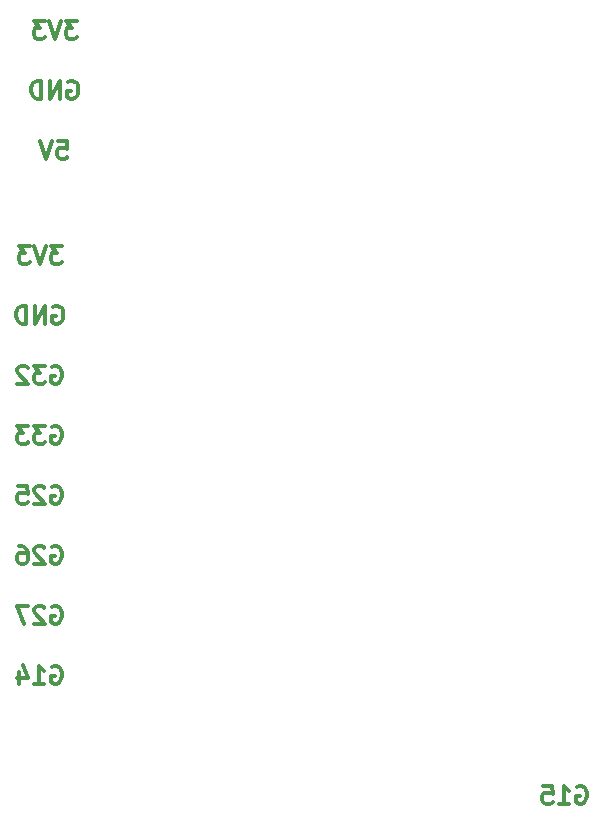
<source format=gbo>
G04 #@! TF.GenerationSoftware,KiCad,Pcbnew,5.0.2+dfsg1-1*
G04 #@! TF.CreationDate,2019-04-19T11:24:35+12:00*
G04 #@! TF.ProjectId,esp32,65737033-322e-46b6-9963-61645f706362,rev?*
G04 #@! TF.SameCoordinates,Original*
G04 #@! TF.FileFunction,Legend,Bot*
G04 #@! TF.FilePolarity,Positive*
%FSLAX46Y46*%
G04 Gerber Fmt 4.6, Leading zero omitted, Abs format (unit mm)*
G04 Created by KiCad (PCBNEW 5.0.2+dfsg1-1) date Fri 19 Apr 2019 11:24:35 NZST*
%MOMM*%
%LPD*%
G01*
G04 APERTURE LIST*
%ADD10C,0.300000*%
G04 APERTURE END LIST*
D10*
X88665714Y-99580000D02*
X88808571Y-99508571D01*
X89022857Y-99508571D01*
X89237142Y-99580000D01*
X89380000Y-99722857D01*
X89451428Y-99865714D01*
X89522857Y-100151428D01*
X89522857Y-100365714D01*
X89451428Y-100651428D01*
X89380000Y-100794285D01*
X89237142Y-100937142D01*
X89022857Y-101008571D01*
X88880000Y-101008571D01*
X88665714Y-100937142D01*
X88594285Y-100865714D01*
X88594285Y-100365714D01*
X88880000Y-100365714D01*
X87165714Y-101008571D02*
X88022857Y-101008571D01*
X87594285Y-101008571D02*
X87594285Y-99508571D01*
X87737142Y-99722857D01*
X87880000Y-99865714D01*
X88022857Y-99937142D01*
X85880000Y-100008571D02*
X85880000Y-101008571D01*
X86237142Y-99437142D02*
X86594285Y-100508571D01*
X85665714Y-100508571D01*
X88665714Y-94500000D02*
X88808571Y-94428571D01*
X89022857Y-94428571D01*
X89237142Y-94500000D01*
X89380000Y-94642857D01*
X89451428Y-94785714D01*
X89522857Y-95071428D01*
X89522857Y-95285714D01*
X89451428Y-95571428D01*
X89380000Y-95714285D01*
X89237142Y-95857142D01*
X89022857Y-95928571D01*
X88880000Y-95928571D01*
X88665714Y-95857142D01*
X88594285Y-95785714D01*
X88594285Y-95285714D01*
X88880000Y-95285714D01*
X88022857Y-94571428D02*
X87951428Y-94500000D01*
X87808571Y-94428571D01*
X87451428Y-94428571D01*
X87308571Y-94500000D01*
X87237142Y-94571428D01*
X87165714Y-94714285D01*
X87165714Y-94857142D01*
X87237142Y-95071428D01*
X88094285Y-95928571D01*
X87165714Y-95928571D01*
X86665714Y-94428571D02*
X85665714Y-94428571D01*
X86308571Y-95928571D01*
X88665714Y-89420000D02*
X88808571Y-89348571D01*
X89022857Y-89348571D01*
X89237142Y-89420000D01*
X89380000Y-89562857D01*
X89451428Y-89705714D01*
X89522857Y-89991428D01*
X89522857Y-90205714D01*
X89451428Y-90491428D01*
X89380000Y-90634285D01*
X89237142Y-90777142D01*
X89022857Y-90848571D01*
X88880000Y-90848571D01*
X88665714Y-90777142D01*
X88594285Y-90705714D01*
X88594285Y-90205714D01*
X88880000Y-90205714D01*
X88022857Y-89491428D02*
X87951428Y-89420000D01*
X87808571Y-89348571D01*
X87451428Y-89348571D01*
X87308571Y-89420000D01*
X87237142Y-89491428D01*
X87165714Y-89634285D01*
X87165714Y-89777142D01*
X87237142Y-89991428D01*
X88094285Y-90848571D01*
X87165714Y-90848571D01*
X85880000Y-89348571D02*
X86165714Y-89348571D01*
X86308571Y-89420000D01*
X86380000Y-89491428D01*
X86522857Y-89705714D01*
X86594285Y-89991428D01*
X86594285Y-90562857D01*
X86522857Y-90705714D01*
X86451428Y-90777142D01*
X86308571Y-90848571D01*
X86022857Y-90848571D01*
X85880000Y-90777142D01*
X85808571Y-90705714D01*
X85737142Y-90562857D01*
X85737142Y-90205714D01*
X85808571Y-90062857D01*
X85880000Y-89991428D01*
X86022857Y-89920000D01*
X86308571Y-89920000D01*
X86451428Y-89991428D01*
X86522857Y-90062857D01*
X86594285Y-90205714D01*
X88665714Y-84340000D02*
X88808571Y-84268571D01*
X89022857Y-84268571D01*
X89237142Y-84340000D01*
X89380000Y-84482857D01*
X89451428Y-84625714D01*
X89522857Y-84911428D01*
X89522857Y-85125714D01*
X89451428Y-85411428D01*
X89380000Y-85554285D01*
X89237142Y-85697142D01*
X89022857Y-85768571D01*
X88880000Y-85768571D01*
X88665714Y-85697142D01*
X88594285Y-85625714D01*
X88594285Y-85125714D01*
X88880000Y-85125714D01*
X88022857Y-84411428D02*
X87951428Y-84340000D01*
X87808571Y-84268571D01*
X87451428Y-84268571D01*
X87308571Y-84340000D01*
X87237142Y-84411428D01*
X87165714Y-84554285D01*
X87165714Y-84697142D01*
X87237142Y-84911428D01*
X88094285Y-85768571D01*
X87165714Y-85768571D01*
X85808571Y-84268571D02*
X86522857Y-84268571D01*
X86594285Y-84982857D01*
X86522857Y-84911428D01*
X86380000Y-84840000D01*
X86022857Y-84840000D01*
X85880000Y-84911428D01*
X85808571Y-84982857D01*
X85737142Y-85125714D01*
X85737142Y-85482857D01*
X85808571Y-85625714D01*
X85880000Y-85697142D01*
X86022857Y-85768571D01*
X86380000Y-85768571D01*
X86522857Y-85697142D01*
X86594285Y-85625714D01*
X88665714Y-79260000D02*
X88808571Y-79188571D01*
X89022857Y-79188571D01*
X89237142Y-79260000D01*
X89380000Y-79402857D01*
X89451428Y-79545714D01*
X89522857Y-79831428D01*
X89522857Y-80045714D01*
X89451428Y-80331428D01*
X89380000Y-80474285D01*
X89237142Y-80617142D01*
X89022857Y-80688571D01*
X88880000Y-80688571D01*
X88665714Y-80617142D01*
X88594285Y-80545714D01*
X88594285Y-80045714D01*
X88880000Y-80045714D01*
X88094285Y-79188571D02*
X87165714Y-79188571D01*
X87665714Y-79760000D01*
X87451428Y-79760000D01*
X87308571Y-79831428D01*
X87237142Y-79902857D01*
X87165714Y-80045714D01*
X87165714Y-80402857D01*
X87237142Y-80545714D01*
X87308571Y-80617142D01*
X87451428Y-80688571D01*
X87880000Y-80688571D01*
X88022857Y-80617142D01*
X88094285Y-80545714D01*
X86665714Y-79188571D02*
X85737142Y-79188571D01*
X86237142Y-79760000D01*
X86022857Y-79760000D01*
X85880000Y-79831428D01*
X85808571Y-79902857D01*
X85737142Y-80045714D01*
X85737142Y-80402857D01*
X85808571Y-80545714D01*
X85880000Y-80617142D01*
X86022857Y-80688571D01*
X86451428Y-80688571D01*
X86594285Y-80617142D01*
X86665714Y-80545714D01*
X88665714Y-74180000D02*
X88808571Y-74108571D01*
X89022857Y-74108571D01*
X89237142Y-74180000D01*
X89380000Y-74322857D01*
X89451428Y-74465714D01*
X89522857Y-74751428D01*
X89522857Y-74965714D01*
X89451428Y-75251428D01*
X89380000Y-75394285D01*
X89237142Y-75537142D01*
X89022857Y-75608571D01*
X88880000Y-75608571D01*
X88665714Y-75537142D01*
X88594285Y-75465714D01*
X88594285Y-74965714D01*
X88880000Y-74965714D01*
X88094285Y-74108571D02*
X87165714Y-74108571D01*
X87665714Y-74680000D01*
X87451428Y-74680000D01*
X87308571Y-74751428D01*
X87237142Y-74822857D01*
X87165714Y-74965714D01*
X87165714Y-75322857D01*
X87237142Y-75465714D01*
X87308571Y-75537142D01*
X87451428Y-75608571D01*
X87880000Y-75608571D01*
X88022857Y-75537142D01*
X88094285Y-75465714D01*
X86594285Y-74251428D02*
X86522857Y-74180000D01*
X86380000Y-74108571D01*
X86022857Y-74108571D01*
X85880000Y-74180000D01*
X85808571Y-74251428D01*
X85737142Y-74394285D01*
X85737142Y-74537142D01*
X85808571Y-74751428D01*
X86665714Y-75608571D01*
X85737142Y-75608571D01*
X88772857Y-69100000D02*
X88915714Y-69028571D01*
X89130000Y-69028571D01*
X89344285Y-69100000D01*
X89487142Y-69242857D01*
X89558571Y-69385714D01*
X89630000Y-69671428D01*
X89630000Y-69885714D01*
X89558571Y-70171428D01*
X89487142Y-70314285D01*
X89344285Y-70457142D01*
X89130000Y-70528571D01*
X88987142Y-70528571D01*
X88772857Y-70457142D01*
X88701428Y-70385714D01*
X88701428Y-69885714D01*
X88987142Y-69885714D01*
X88058571Y-70528571D02*
X88058571Y-69028571D01*
X87201428Y-70528571D01*
X87201428Y-69028571D01*
X86487142Y-70528571D02*
X86487142Y-69028571D01*
X86130000Y-69028571D01*
X85915714Y-69100000D01*
X85772857Y-69242857D01*
X85701428Y-69385714D01*
X85630000Y-69671428D01*
X85630000Y-69885714D01*
X85701428Y-70171428D01*
X85772857Y-70314285D01*
X85915714Y-70457142D01*
X86130000Y-70528571D01*
X86487142Y-70528571D01*
X89487142Y-63948571D02*
X88558571Y-63948571D01*
X89058571Y-64520000D01*
X88844285Y-64520000D01*
X88701428Y-64591428D01*
X88630000Y-64662857D01*
X88558571Y-64805714D01*
X88558571Y-65162857D01*
X88630000Y-65305714D01*
X88701428Y-65377142D01*
X88844285Y-65448571D01*
X89272857Y-65448571D01*
X89415714Y-65377142D01*
X89487142Y-65305714D01*
X88130000Y-63948571D02*
X87630000Y-65448571D01*
X87130000Y-63948571D01*
X86772857Y-63948571D02*
X85844285Y-63948571D01*
X86344285Y-64520000D01*
X86130000Y-64520000D01*
X85987142Y-64591428D01*
X85915714Y-64662857D01*
X85844285Y-64805714D01*
X85844285Y-65162857D01*
X85915714Y-65305714D01*
X85987142Y-65377142D01*
X86130000Y-65448571D01*
X86558571Y-65448571D01*
X86701428Y-65377142D01*
X86772857Y-65305714D01*
X133115714Y-109740000D02*
X133258571Y-109668571D01*
X133472857Y-109668571D01*
X133687142Y-109740000D01*
X133830000Y-109882857D01*
X133901428Y-110025714D01*
X133972857Y-110311428D01*
X133972857Y-110525714D01*
X133901428Y-110811428D01*
X133830000Y-110954285D01*
X133687142Y-111097142D01*
X133472857Y-111168571D01*
X133330000Y-111168571D01*
X133115714Y-111097142D01*
X133044285Y-111025714D01*
X133044285Y-110525714D01*
X133330000Y-110525714D01*
X131615714Y-111168571D02*
X132472857Y-111168571D01*
X132044285Y-111168571D02*
X132044285Y-109668571D01*
X132187142Y-109882857D01*
X132330000Y-110025714D01*
X132472857Y-110097142D01*
X130258571Y-109668571D02*
X130972857Y-109668571D01*
X131044285Y-110382857D01*
X130972857Y-110311428D01*
X130830000Y-110240000D01*
X130472857Y-110240000D01*
X130330000Y-110311428D01*
X130258571Y-110382857D01*
X130187142Y-110525714D01*
X130187142Y-110882857D01*
X130258571Y-111025714D01*
X130330000Y-111097142D01*
X130472857Y-111168571D01*
X130830000Y-111168571D01*
X130972857Y-111097142D01*
X131044285Y-111025714D01*
X89185714Y-55058571D02*
X89900000Y-55058571D01*
X89971428Y-55772857D01*
X89900000Y-55701428D01*
X89757142Y-55630000D01*
X89400000Y-55630000D01*
X89257142Y-55701428D01*
X89185714Y-55772857D01*
X89114285Y-55915714D01*
X89114285Y-56272857D01*
X89185714Y-56415714D01*
X89257142Y-56487142D01*
X89400000Y-56558571D01*
X89757142Y-56558571D01*
X89900000Y-56487142D01*
X89971428Y-56415714D01*
X88685714Y-55058571D02*
X88185714Y-56558571D01*
X87685714Y-55058571D01*
X90042857Y-50050000D02*
X90185714Y-49978571D01*
X90400000Y-49978571D01*
X90614285Y-50050000D01*
X90757142Y-50192857D01*
X90828571Y-50335714D01*
X90900000Y-50621428D01*
X90900000Y-50835714D01*
X90828571Y-51121428D01*
X90757142Y-51264285D01*
X90614285Y-51407142D01*
X90400000Y-51478571D01*
X90257142Y-51478571D01*
X90042857Y-51407142D01*
X89971428Y-51335714D01*
X89971428Y-50835714D01*
X90257142Y-50835714D01*
X89328571Y-51478571D02*
X89328571Y-49978571D01*
X88471428Y-51478571D01*
X88471428Y-49978571D01*
X87757142Y-51478571D02*
X87757142Y-49978571D01*
X87400000Y-49978571D01*
X87185714Y-50050000D01*
X87042857Y-50192857D01*
X86971428Y-50335714D01*
X86900000Y-50621428D01*
X86900000Y-50835714D01*
X86971428Y-51121428D01*
X87042857Y-51264285D01*
X87185714Y-51407142D01*
X87400000Y-51478571D01*
X87757142Y-51478571D01*
X90757142Y-44898571D02*
X89828571Y-44898571D01*
X90328571Y-45470000D01*
X90114285Y-45470000D01*
X89971428Y-45541428D01*
X89900000Y-45612857D01*
X89828571Y-45755714D01*
X89828571Y-46112857D01*
X89900000Y-46255714D01*
X89971428Y-46327142D01*
X90114285Y-46398571D01*
X90542857Y-46398571D01*
X90685714Y-46327142D01*
X90757142Y-46255714D01*
X89400000Y-44898571D02*
X88900000Y-46398571D01*
X88400000Y-44898571D01*
X88042857Y-44898571D02*
X87114285Y-44898571D01*
X87614285Y-45470000D01*
X87400000Y-45470000D01*
X87257142Y-45541428D01*
X87185714Y-45612857D01*
X87114285Y-45755714D01*
X87114285Y-46112857D01*
X87185714Y-46255714D01*
X87257142Y-46327142D01*
X87400000Y-46398571D01*
X87828571Y-46398571D01*
X87971428Y-46327142D01*
X88042857Y-46255714D01*
M02*

</source>
